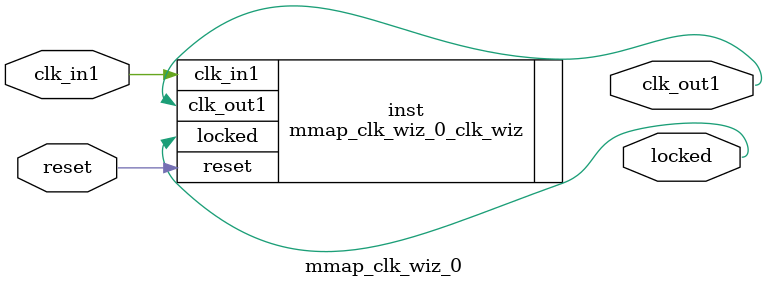
<source format=v>


`timescale 1ps/1ps

(* CORE_GENERATION_INFO = "mmap_clk_wiz_0,clk_wiz_v6_0_2_0_0,{component_name=mmap_clk_wiz_0,use_phase_alignment=true,use_min_o_jitter=false,use_max_i_jitter=false,use_dyn_phase_shift=false,use_inclk_switchover=false,use_dyn_reconfig=false,enable_axi=0,feedback_source=FDBK_AUTO,PRIMITIVE=MMCM,num_out_clk=1,clkin1_period=8.000,clkin2_period=10.000,use_power_down=false,use_reset=true,use_locked=true,use_inclk_stopped=false,feedback_type=SINGLE,CLOCK_MGR_TYPE=NA,manual_override=false}" *)

module mmap_clk_wiz_0 
 (
  // Clock out ports
  output        clk_out1,
  // Status and control signals
  input         reset,
  output        locked,
 // Clock in ports
  input         clk_in1
 );

  mmap_clk_wiz_0_clk_wiz inst
  (
  // Clock out ports  
  .clk_out1(clk_out1),
  // Status and control signals               
  .reset(reset), 
  .locked(locked),
 // Clock in ports
  .clk_in1(clk_in1)
  );

endmodule

</source>
